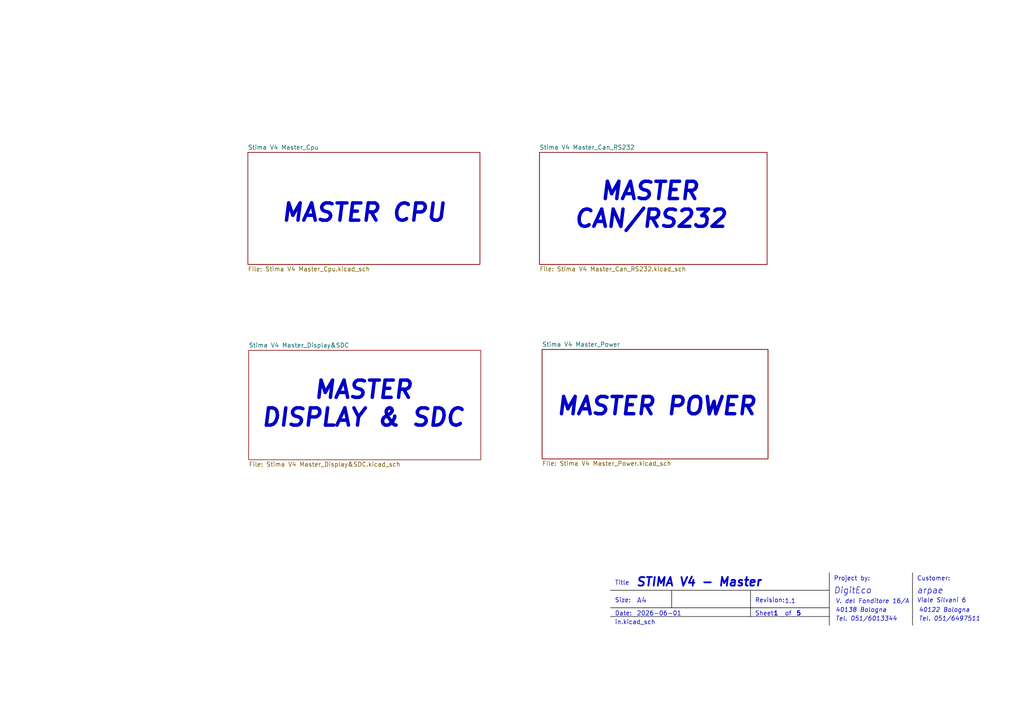
<source format=kicad_sch>
(kicad_sch (version 20230121) (generator eeschema)
  (paper "A4")
  (lib_symbols)
  (polyline (pts (xy 264.668 178.816) (xy 264.668 181.356)) (stroke (width 0) (type solid) (color 0 0 0 1)))
  (polyline (pts (xy 177.038 176.276) (xy 240.538 176.276)) (stroke (width 0) (type solid) (color 0 0 0 1)))
  (polyline (pts (xy 240.538 166.116) (xy 240.538 178.816)) (stroke (width 0) (type solid) (color 0 0 0 1)))
  (polyline (pts (xy 217.678 171.196) (xy 217.678 178.816)) (stroke (width 0) (type solid) (color 0 0 0 1)))
  (polyline (pts (xy 177.038 171.196) (xy 240.538 171.196)) (stroke (width 0) (type solid) (color 0 0 0 1)))
  (polyline (pts (xy 194.818 171.196) (xy 194.818 176.276)) (stroke (width 0) (type solid) (color 0 0 0 1)))
  (polyline (pts (xy 264.668 166.116) (xy 264.668 166.116) (xy 264.668 178.816)) (stroke (width 0) (type solid) (color 0 0 0 1)))
  (polyline (pts (xy 177.038 178.816) (xy 240.538 178.816) (xy 240.538 181.356)) (stroke (width 0) (type solid) (color 0 0 0 1)))
  (text "arpae" (at 265.938 172.466 0) (effects (font (size 1.778 1.778) italic) (justify left bottom)))
  (text "40138 Bologna" (at 242.316 177.8 0) (effects (font (size 1.27 1.27) italic) (justify left bottom)))
  (text "MASTER CPU" (at 81.28 64.77 0) (effects (font (size 5 5) (thickness 1) bold italic) (justify left bottom)))
  (text "A4" (at 184.658 175.26 0) (effects (font (size 1.524 1.524)) (justify left bottom)))
  (text "DigitEco" (at 241.808 172.466 0) (effects (font (size 1.778 1.778) italic) (justify left bottom)))
  (text "${##}" (at 230.886 178.816 0) (effects (font (size 1.27 1.27) bold) (justify left bottom)))
  (text "V. del Fonditore 16/A" (at 242.316 175.26 0) (effects (font (size 1.27 1.27) italic) (justify left bottom)))
  (text "40122 Bologna" (at 266.446 177.8 0) (effects (font (size 1.27 1.27) italic) (justify left bottom)))
  (text "${CURRENT_DATE}" (at 184.658 178.816 0) (effects (font (size 1.27 1.27)) (justify left bottom)))
  (text "STIMA V4 - Master" (at 184.404 170.434 0) (effects (font (size 2.5 2.5) (thickness 0.5) bold italic) (justify left bottom)))
  (text "${TITLE}" (at 184.15 170.18 0) (effects (font (size 1.905 1.905) bold italic) (justify left bottom)))
  (text "Revision:" (at 218.948 175.006 0) (effects (font (size 1.27 1.27)) (justify left bottom)))
  (text "Size:" (at 178.308 175.006 0) (effects (font (size 1.27 1.27)) (justify left bottom)))
  (text "Viale Silvani 6" (at 265.938 175.006 0) (effects (font (size 1.27 1.27) italic) (justify left bottom)))
  (text "${#}" (at 224.282 178.816 0) (effects (font (size 1.27 1.27) bold) (justify left bottom)))
  (text "  MASTER\nCAN/RS232" (at 166.116 66.548 0) (effects (font (size 5 5) (thickness 1) bold italic) (justify left bottom)))
  (text "Project by:" (at 241.808 168.656 0) (effects (font (size 1.27 1.27)) (justify left bottom)))
  (text "1.1" (at 227.584 175.26 0) (effects (font (size 1.27 1.27)) (justify left bottom)))
  (text "Sheet" (at 218.948 178.816 0) (effects (font (size 1.27 1.27)) (justify left bottom)))
  (text "Tel. 051/6013344" (at 242.316 180.34 0) (effects (font (size 1.27 1.27) italic) (justify left bottom)))
  (text "Tel. 051/6497511" (at 266.446 180.34 0) (effects (font (size 1.27 1.27) italic) (justify left bottom)))
  (text "Title" (at 178.308 169.926 0) (effects (font (size 1.27 1.27)) (justify left bottom)))
  (text "Date:" (at 178.308 178.816 0) (effects (font (size 1.27 1.27)) (justify left bottom)))
  (text "Customer:" (at 265.938 168.656 0) (effects (font (size 1.27 1.27)) (justify left bottom)))
  (text "of" (at 227.584 178.816 0) (effects (font (size 1.27 1.27)) (justify left bottom)))
  (text "MASTER POWER" (at 161.036 120.904 0) (effects (font (size 5 5) bold italic) (justify left bottom)))
  (text "    MASTER\nDISPLAY & SDC" (at 75.438 124.206 0) (effects (font (size 5 5) (thickness 1) bold italic) (justify left bottom)))
  (text "${FILENAME}" (at 178.308 181.356 0) (effects (font (size 1.27 1.27)) (justify left bottom)))
  (text "" (at 184.658 181.356 0) (effects (font (size 1.27 1.27)) (justify left bottom)))
  (sheet (at 72.136 101.6) (size 67.31 31.75) (stroke (width 0.1524))
    (property "Sheetname" "Stima V4 Master_Display&SDC" (at 72.136 100.8884 0) (effects (justify left bottom)))
    (property "Sheetfile" "Stima V4 Master_Display&SDC.kicad_sch" (at 72.136 133.9346 0) (effects (justify left top)))
  )
  (sheet (at 156.464 44.196) (size 66.04 32.512) (stroke (width 0.1524))
    (property "Sheetname" "Stima V4 Master_Can_RS232" (at 156.464 43.4844 0) (effects (justify left bottom)))
    (property "Sheetfile" "Stima V4 Master_Can_RS232.kicad_sch" (at 156.464 77.2926 0) (effects (justify left top)))
  )
  (sheet (at 157.226 101.346) (size 65.532 31.75) (stroke (width 0.1524))
    (property "Sheetname" "Stima V4 Master_Power" (at 157.226 100.6344 0) (effects (justify left bottom)))
    (property "Sheetfile" "Stima V4 Master_Power.kicad_sch" (at 157.226 133.6806 0) (effects (justify left top)))
  )
  (sheet (at 71.882 44.196) (size 67.31 32.512) (stroke (width 0.1524))
    (property "Sheetname" "Stima V4 Master_Cpu" (at 71.882 43.4844 0) (effects (justify left bottom)))
    (property "Sheetfile" "Stima V4 Master_Cpu.kicad_sch" (at 71.882 77.2926 0) (effects (justify left top)))
  )
)
</source>
